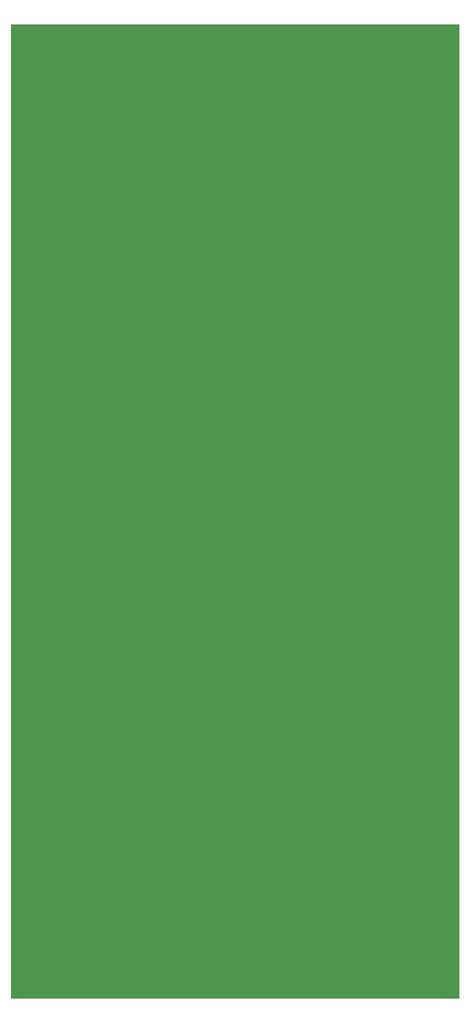
<source format=gbr>
%TF.GenerationSoftware,Novarm,DipTrace,3.3.1.3*%
%TF.CreationDate,2020-09-22T12:03:03+00:00*%
%FSLAX35Y35*%
%MOMM*%
%TF.FileFunction,Drawing,Board polygon*%
%TF.Part,Single*%
G75*
G01*
%LPD*%
G36*
X0Y13525500D2*
X6223000D1*
Y0D1*
X0D1*
Y13525500D1*
G37*
M02*

</source>
